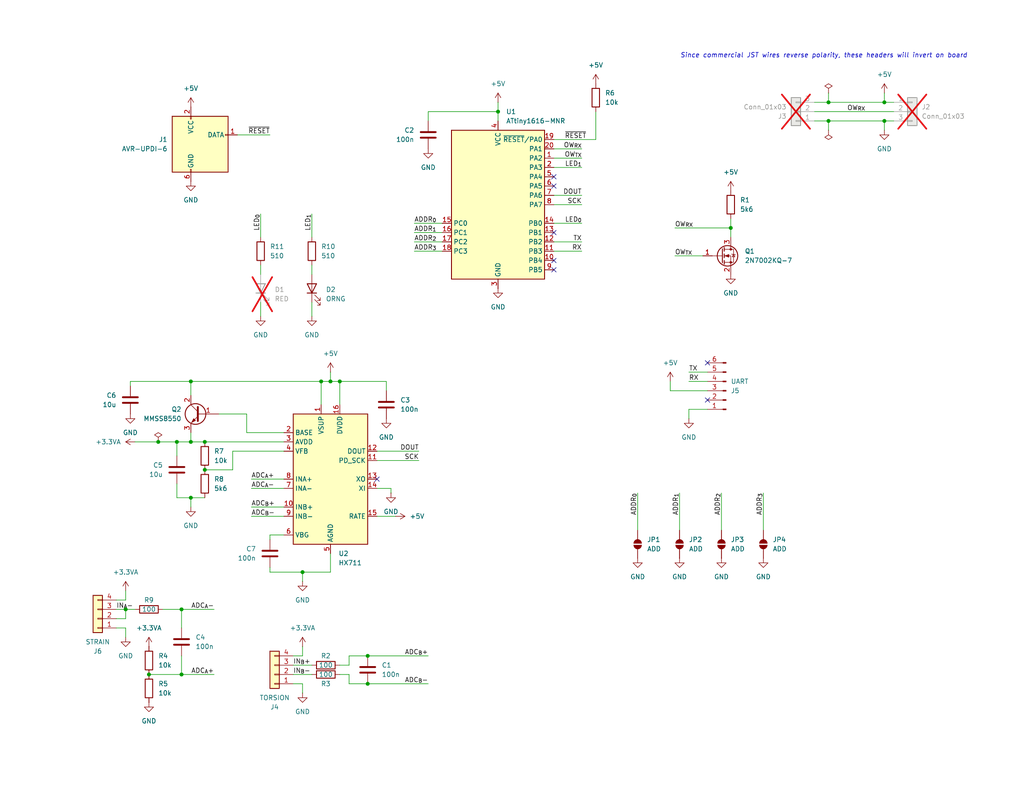
<source format=kicad_sch>
(kicad_sch (version 20250114) (generator "eeschema") (generator_version "9.0")
  (paper "USLetter")
  (title_block (title "Distributed Spar Load Sensors System") (date "2024-08-17") (rev "3") (company "HPVDT") (comment 1 "Uses single wire communication protocol"))
  (lib_symbols
    (symbol "Analog_ADC:HX711"
      (property "Reference" "U" (at 5.08 21.59 0))
      (property "Value" "HX711" (at 7.62 19.05 0))
      (symbol "HX711_0_1"
        (rectangle (start -10.16 17.78) (end 10.16 -17.78) (stroke (width 0.254)) (fill (type background)))
      )
      (symbol "HX711_1_1"
        (pin passive line (at -12.7 12.7 0) (length 2.54) (name "BASE") (number "2"))
        (pin power_in line (at -12.7 10.16 0) (length 2.54) (name "AVDD") (number "3"))
        (pin input line (at -12.7 7.62 0) (length 2.54) (name "VFB") (number "4"))
        (pin input line (at -12.7 0 0) (length 2.54) (name "INA+") (number "8"))
        (pin input line (at -12.7 -2.54 0) (length 2.54) (name "INA-") (number "7"))
        (pin input line (at -12.7 -7.62 0) (length 2.54) (name "INB+") (number "10"))
        (pin input line (at -12.7 -10.16 0) (length 2.54) (name "INB-") (number "9"))
        (pin passive line (at -12.7 -15.24 0) (length 2.54) (name "VBG") (number "6"))
        (pin power_in line (at -2.54 20.32 270) (length 2.54) (name "VSUP") (number "1"))
        (pin power_in line (at 0 -20.32 90) (length 2.54) (name "AGND") (number "5"))
        (pin power_in line (at 2.54 20.32 270) (length 2.54) (name "DVDD") (number "16"))
        (pin output line (at 12.7 7.62 180) (length 2.54) (name "DOUT") (number "12"))
        (pin input line (at 12.7 5.08 180) (length 2.54) (name "PD_SCK") (number "11"))
        (pin passive line (at 12.7 0 180) (length 2.54) (name "XO") (number "13"))
        (pin passive line (at 12.7 -2.54 180) (length 2.54) (name "XI") (number "14"))
        (pin input line (at 12.7 -10.16 180) (length 2.54) (name "RATE") (number "15"))
      )
    )
    (symbol "Connector:AVR-UPDI-6" (pin_names (offset 1.016))
      (property "Reference" "J" (at -6.35 8.89 0))
      (property "Value" "AVR-UPDI-6" (at 0 8.89 0))
      (symbol "AVR-UPDI-6_0_1"
        (rectangle (start -2.667 7.62) (end -2.413 6.858))
        (rectangle (start -2.667 -6.858) (end -2.413 -7.62))
        (rectangle (start 7.62 7.62) (end -7.62 -7.62) (stroke (width 0.254)) (fill (type background)))
        (rectangle (start 7.62 2.667) (end 6.858 2.413))
      )
      (symbol "AVR-UPDI-6_1_1"
        (pin passive line (at -2.54 10.16 270) (length 2.54) (name "VCC") (number "2"))
        (pin passive line (at -2.54 -10.16 90) (length 2.54) (name "GND") (number "6"))
        (pin no_connect line (at 7.62 0 180) (length 2.54) (hide yes) (name "NC") (number "3"))
        (pin no_connect line (at 7.62 -2.54 180) (length 2.54) (hide yes) (name "NC") (number "4"))
        (pin no_connect line (at 7.62 -5.08 180) (length 2.54) (hide yes) (name "NC") (number "5"))
        (pin passive line (at 10.16 2.54 180) (length 2.54) (name "DATA") (number "1"))
      )
    )
    (symbol "Connector:Conn_01x06_Pin" (pin_names (offset 1.016) (hide yes))
      (property "Reference" "J" (at 0 7.62 0))
      (property "Value" "Conn_01x06_Pin" (at 0 -10.16 0))
      (symbol "Conn_01x06_Pin_1_1"
        (rectangle (start 0.8636 5.207) (end 0 4.953) (stroke (width 0.1524)) (fill (type outline)))
        (rectangle (start 0.8636 2.667) (end 0 2.413) (stroke (width 0.1524)) (fill (type outline)))
        (rectangle (start 0.8636 0.127) (end 0 -0.127) (stroke (width 0.1524)) (fill (type outline)))
        (rectangle (start 0.8636 -2.413) (end 0 -2.667) (stroke (width 0.1524)) (fill (type outline)))
        (rectangle (start 0.8636 -4.953) (end 0 -5.207) (stroke (width 0.1524)) (fill (type outline)))
        (rectangle (start 0.8636 -7.493) (end 0 -7.747) (stroke (width 0.1524)) (fill (type outline)))
        (polyline (pts (xy 1.27 5.08) (xy 0.8636 5.08)) (stroke (width 0.1524)))
        (polyline (pts (xy 1.27 2.54) (xy 0.8636 2.54)) (stroke (width 0.1524)))
        (polyline (pts (xy 1.27 0) (xy 0.8636 0)) (stroke (width 0.1524)))
        (polyline (pts (xy 1.27 -2.54) (xy 0.8636 -2.54)) (stroke (width 0.1524)))
        (polyline (pts (xy 1.27 -5.08) (xy 0.8636 -5.08)) (stroke (width 0.1524)))
        (polyline (pts (xy 1.27 -7.62) (xy 0.8636 -7.62)) (stroke (width 0.1524)))
        (pin passive line (at 5.08 5.08 180) (length 3.81) (name "Pin_1") (number "1"))
        (pin passive line (at 5.08 2.54 180) (length 3.81) (name "Pin_2") (number "2"))
        (pin passive line (at 5.08 0 180) (length 3.81) (name "Pin_3") (number "3"))
        (pin passive line (at 5.08 -2.54 180) (length 3.81) (name "Pin_4") (number "4"))
        (pin passive line (at 5.08 -5.08 180) (length 3.81) (name "Pin_5") (number "5"))
        (pin passive line (at 5.08 -7.62 180) (length 3.81) (name "Pin_6") (number "6"))
      )
    )
    (symbol "Connector_Generic:Conn_01x03" (pin_names (offset 1.016) (hide yes))
      (property "Reference" "J" (at 0 5.08 0))
      (property "Value" "Conn_01x03" (at 0 -5.08 0))
      (symbol "Conn_01x03_1_1"
        (rectangle (start -1.27 3.81) (end 1.27 -3.81) (stroke (width 0.254)) (fill (type background)))
        (rectangle (start -1.27 2.667) (end 0 2.413) (stroke (width 0.1524)))
        (rectangle (start -1.27 0.127) (end 0 -0.127) (stroke (width 0.1524)))
        (rectangle (start -1.27 -2.413) (end 0 -2.667) (stroke (width 0.1524)))
        (pin passive line (at -5.08 2.54 0) (length 3.81) (name "Pin_1") (number "1"))
        (pin passive line (at -5.08 0 0) (length 3.81) (name "Pin_2") (number "2"))
        (pin passive line (at -5.08 -2.54 0) (length 3.81) (name "Pin_3") (number "3"))
      )
    )
    (symbol "Connector_Generic:Conn_01x04" (pin_names (offset 1.016) (hide yes))
      (property "Reference" "J" (at 0 5.08 0))
      (property "Value" "Conn_01x04" (at 0 -7.62 0))
      (symbol "Conn_01x04_1_1"
        (rectangle (start -1.27 3.81) (end 1.27 -6.35) (stroke (width 0.254)) (fill (type background)))
        (rectangle (start -1.27 2.667) (end 0 2.413) (stroke (width 0.1524)))
        (rectangle (start -1.27 0.127) (end 0 -0.127) (stroke (width 0.1524)))
        (rectangle (start -1.27 -2.413) (end 0 -2.667) (stroke (width 0.1524)))
        (rectangle (start -1.27 -4.953) (end 0 -5.207) (stroke (width 0.1524)))
        (pin passive line (at -5.08 2.54 0) (length 3.81) (name "Pin_1") (number "1"))
        (pin passive line (at -5.08 0 0) (length 3.81) (name "Pin_2") (number "2"))
        (pin passive line (at -5.08 -2.54 0) (length 3.81) (name "Pin_3") (number "3"))
        (pin passive line (at -5.08 -5.08 0) (length 3.81) (name "Pin_4") (number "4"))
      )
    )
    (symbol "Device:C" (pin_numbers (hide yes)) (pin_names (offset 0.254))
      (property "Reference" "C" (at 0.635 2.54 0))
      (property "Value" "C" (at 0.635 -2.54 0))
      (symbol "C_0_1"
        (polyline (pts (xy -2.032 0.762) (xy 2.032 0.762)) (stroke (width 0.508)))
        (polyline (pts (xy -2.032 -0.762) (xy 2.032 -0.762)) (stroke (width 0.508)))
      )
      (symbol "C_1_1"
        (pin passive line (at 0 3.81 270) (length 2.794) (name "~") (number "1"))
        (pin passive line (at 0 -3.81 90) (length 2.794) (name "~") (number "2"))
      )
    )
    (symbol "Device:LED" (pin_numbers (hide yes)) (pin_names (offset 1.016) (hide yes))
      (property "Reference" "D" (at 0 2.54 0))
      (property "Value" "LED" (at 0 -2.54 0))
      (symbol "LED_0_1"
        (polyline (pts (xy -3.048 -0.762) (xy -4.572 -2.286) (xy -3.81 -2.286) (xy -4.572 -2.286) (xy -4.572 -1.524)))
        (polyline (pts (xy -1.778 -0.762) (xy -3.302 -2.286) (xy -2.54 -2.286) (xy -3.302 -2.286) (xy -3.302 -1.524)))
        (polyline (pts (xy -1.27 0) (xy 1.27 0)))
        (polyline (pts (xy -1.27 -1.27) (xy -1.27 1.27)) (stroke (width 0.254)))
        (polyline (pts (xy 1.27 -1.27) (xy 1.27 1.27) (xy -1.27 0) (xy 1.27 -1.27)) (stroke (width 0.254)))
      )
      (symbol "LED_1_1"
        (pin passive line (at -3.81 0 0) (length 2.54) (name "K") (number "1"))
        (pin passive line (at 3.81 0 180) (length 2.54) (name "A") (number "2"))
      )
    )
    (symbol "Device:Q_NPN_BCE" (pin_names (offset 0) (hide yes))
      (property "Reference" "Q" (at 5.08 1.27 0))
      (property "Value" "Q_NPN_BCE" (at 5.08 -1.27 0))
      (symbol "Q_NPN_BCE_0_1"
        (polyline (pts (xy 0.635 1.905) (xy 0.635 -1.905) (xy 0.635 -1.905)) (stroke (width 0.508)))
        (polyline (pts (xy 0.635 0.635) (xy 2.54 2.54)))
        (polyline (pts (xy 0.635 -0.635) (xy 2.54 -2.54) (xy 2.54 -2.54)))
        (circle (center 1.27 0) (radius 2.8194) (stroke (width 0.254)))
        (polyline (pts (xy 1.27 -1.778) (xy 1.778 -1.27) (xy 2.286 -2.286) (xy 1.27 -1.778) (xy 1.27 -1.778)) (fill (type outline)))
      )
      (symbol "Q_NPN_BCE_1_1"
        (pin input line (at -5.08 0 0) (length 5.715) (name "B") (number "1"))
        (pin passive line (at 2.54 5.08 270) (length 2.54) (name "C") (number "2"))
        (pin passive line (at 2.54 -5.08 90) (length 2.54) (name "E") (number "3"))
      )
    )
    (symbol "Device:R" (pin_numbers (hide yes)) (pin_names (offset 0))
      (property "Reference" "R" (at 2.032 0 90))
      (property "Value" "R" (at 0 0 90))
      (symbol "R_0_1"
        (rectangle (start -1.016 -2.54) (end 1.016 2.54) (stroke (width 0.254)))
      )
      (symbol "R_1_1"
        (pin passive line (at 0 3.81 270) (length 1.27) (name "~") (number "1"))
        (pin passive line (at 0 -3.81 90) (length 1.27) (name "~") (number "2"))
      )
    )
    (symbol "Jumper:SolderJumper_2_Open" (pin_numbers (hide yes)) (pin_names (offset 0) (hide yes)) (exclude_from_sim yes) (in_bom no)
      (property "Reference" "JP" (at 0 2.032 0))
      (property "Value" "SolderJumper_2_Open" (at 0 -2.54 0))
      (symbol "SolderJumper_2_Open_0_1"
        (polyline (pts (xy -0.254 1.016) (xy -0.254 -1.016)))
        (arc (start -0.254 -1.016) (mid -1.2656 0) (end -0.254 1.016))
        (arc (start -0.254 -1.016) (mid -1.2656 0) (end -0.254 1.016) (fill (type outline)))
        (arc (start 0.254 1.016) (mid 1.2656 0) (end 0.254 -1.016))
        (arc (start 0.254 1.016) (mid 1.2656 0) (end 0.254 -1.016) (fill (type outline)))
        (polyline (pts (xy 0.254 1.016) (xy 0.254 -1.016)))
      )
      (symbol "SolderJumper_2_Open_1_1"
        (pin passive line (at -3.81 0 0) (length 2.54) (name "A") (number "1"))
        (pin passive line (at 3.81 0 180) (length 2.54) (name "B") (number "2"))
      )
    )
    (symbol "MCU_Microchip_ATtiny:ATtiny1616-M"
      (property "Reference" "U" (at -12.7 21.59 0))
      (property "Value" "ATtiny1616-M" (at 2.54 -21.59 0))
      (symbol "ATtiny1616-M_0_1"
        (rectangle (start -12.7 -20.32) (end 12.7 20.32) (stroke (width 0.254)) (fill (type background)))
      )
      (symbol "ATtiny1616-M_1_1"
        (pin bidirectional line (at -15.24 -5.08 0) (length 2.54) (name "PC0") (number "15"))
        (pin bidirectional line (at -15.24 -7.62 0) (length 2.54) (name "PC1") (number "16"))
        (pin bidirectional line (at -15.24 -10.16 0) (length 2.54) (name "PC2") (number "17"))
        (pin bidirectional line (at -15.24 -12.7 0) (length 2.54) (name "PC3") (number "18"))
        (pin power_in line (at 0 22.86 270) (length 2.54) (name "VCC") (number "4"))
        (pin passive line (at 0 -22.86 90) (length 2.54) (hide yes) (name "GND") (number "21"))
        (pin power_in line (at 0 -22.86 90) (length 2.54) (name "GND") (number "3"))
        (pin bidirectional line (at 15.24 17.78 180) (length 2.54) (name "~{RESET}/PA0") (number "19"))
        (pin bidirectional line (at 15.24 15.24 180) (length 2.54) (name "PA1") (number "20"))
        (pin bidirectional line (at 15.24 12.7 180) (length 2.54) (name "PA2") (number "1"))
        (pin bidirectional line (at 15.24 10.16 180) (length 2.54) (name "PA3") (number "2"))
        (pin bidirectional line (at 15.24 7.62 180) (length 2.54) (name "PA4") (number "5"))
        (pin bidirectional line (at 15.24 5.08 180) (length 2.54) (name "PA5") (number "6"))
        (pin bidirectional line (at 15.24 2.54 180) (length 2.54) (name "PA6") (number "7"))
        (pin bidirectional line (at 15.24 0 180) (length 2.54) (name "PA7") (number "8"))
        (pin bidirectional line (at 15.24 -5.08 180) (length 2.54) (name "PB0") (number "14"))
        (pin bidirectional line (at 15.24 -7.62 180) (length 2.54) (name "PB1") (number "13"))
        (pin bidirectional line (at 15.24 -10.16 180) (length 2.54) (name "PB2") (number "12"))
        (pin bidirectional line (at 15.24 -12.7 180) (length 2.54) (name "PB3") (number "11"))
        (pin bidirectional line (at 15.24 -15.24 180) (length 2.54) (name "PB4") (number "10"))
        (pin bidirectional line (at 15.24 -17.78 180) (length 2.54) (name "PB5") (number "9"))
      )
    )
    (symbol "Transistor_FET:2N7002" (pin_names (hide yes))
      (property "Reference" "Q" (at 5.08 1.905 0))
      (property "Value" "2N7002" (at 5.08 0 0))
      (symbol "2N7002_0_1"
        (polyline (pts (xy 0.254 1.905) (xy 0.254 -1.905)) (stroke (width 0.254)))
        (polyline (pts (xy 0.254 0) (xy -2.54 0)))
        (polyline (pts (xy 0.762 2.286) (xy 0.762 1.27)) (stroke (width 0.254)))
        (polyline (pts (xy 0.762 0.508) (xy 0.762 -0.508)) (stroke (width 0.254)))
        (polyline (pts (xy 0.762 -1.27) (xy 0.762 -2.286)) (stroke (width 0.254)))
        (polyline (pts (xy 0.762 -1.778) (xy 3.302 -1.778) (xy 3.302 1.778) (xy 0.762 1.778)))
        (polyline (pts (xy 1.016 0) (xy 2.032 0.381) (xy 2.032 -0.381) (xy 1.016 0)) (fill (type outline)))
        (circle (center 1.651 0) (radius 2.794) (stroke (width 0.254)))
        (polyline (pts (xy 2.54 2.54) (xy 2.54 1.778)))
        (circle (center 2.54 1.778) (radius 0.254) (fill (type outline)))
        (circle (center 2.54 -1.778) (radius 0.254) (fill (type outline)))
        (polyline (pts (xy 2.54 -2.54) (xy 2.54 0) (xy 0.762 0)))
        (polyline (pts (xy 2.794 0.508) (xy 2.921 0.381) (xy 3.683 0.381) (xy 3.81 0.254)))
        (polyline (pts (xy 3.302 0.381) (xy 2.921 -0.254) (xy 3.683 -0.254) (xy 3.302 0.381)))
      )
      (symbol "2N7002_1_1"
        (pin input line (at -5.08 0 0) (length 2.54) (name "G") (number "1"))
        (pin passive line (at 2.54 5.08 270) (length 2.54) (name "D") (number "3"))
        (pin passive line (at 2.54 -5.08 90) (length 2.54) (name "S") (number "2"))
      )
    )
    (symbol "power:+3.3VA" (power) (pin_numbers (hide yes)) (pin_names (offset 0) (hide yes))
      (property "Value" "+3.3VA" (at 0 3.556 0))
      (symbol "+3.3VA_0_1"
        (polyline (pts (xy -0.762 1.27) (xy 0 2.54)))
        (polyline (pts (xy 0 2.54) (xy 0.762 1.27)))
        (polyline (pts (xy 0 0) (xy 0 2.54)))
      )
      (symbol "+3.3VA_1_1"
        (pin power_in line (at 0 0 90) (length 0) (name "~") (number "1"))
      )
    )
    (symbol "power:+5V" (power) (pin_numbers (hide yes)) (pin_names (offset 0) (hide yes))
      (property "Value" "+5V" (at 0 3.556 0))
      (symbol "+5V_0_1"
        (polyline (pts (xy -0.762 1.27) (xy 0 2.54)))
        (polyline (pts (xy 0 2.54) (xy 0.762 1.27)))
        (polyline (pts (xy 0 0) (xy 0 2.54)))
      )
      (symbol "+5V_1_1"
        (pin power_in line (at 0 0 90) (length 0) (name "~") (number "1"))
      )
    )
    (symbol "power:GND" (power) (pin_numbers (hide yes)) (pin_names (offset 0) (hide yes))
      (property "Value" "GND" (at 0 -3.81 0))
      (symbol "GND_0_1"
        (polyline (pts (xy 0 0) (xy 0 -1.27) (xy 1.27 -1.27) (xy 0 -2.54) (xy -1.27 -1.27) (xy 0 -1.27)))
      )
      (symbol "GND_1_1"
        (pin power_in line (at 0 0 270) (length 0) (name "~") (number "1"))
      )
    )
    (symbol "power:PWR_FLAG" (power) (pin_numbers (hide yes)) (pin_names (offset 0) (hide yes))
      (property "Value" "PWR_FLAG" (at 0 3.81 0))
      (symbol "PWR_FLAG_0_0"
        (pin power_out line (at 0 0 90) (length 0) (name "~") (number "1"))
      )
      (symbol "PWR_FLAG_0_1"
        (polyline (pts (xy 0 0) (xy 0 1.27) (xy -1.016 1.905) (xy 0 2.54) (xy 1.016 1.905) (xy 0 1.27)))
      )
    )
  )
  (text "Since commercial JST wires reverse polarity, these headers will invert on board" (at 224.79 15.24 0) (effects (font (size 1.27 1.27) (italic yes))))
  (junction (at 40.64 184.15))
  (junction (at 226.06 33.02))
  (junction (at 82.55 156.21))
  (junction (at 241.3 33.02))
  (junction (at 90.17 104.14))
  (junction (at 92.71 104.14))
  (junction (at 199.39 62.23))
  (junction (at 241.3 27.94))
  (junction (at 55.88 120.65))
  (junction (at 52.07 120.65))
  (junction (at 226.06 27.94))
  (junction (at 43.18 120.65))
  (junction (at 52.07 135.89))
  (junction (at 100.33 186.69))
  (junction (at 100.33 179.07))
  (junction (at 34.29 166.37))
  (junction (at 52.07 104.14))
  (junction (at 49.53 184.15))
  (junction (at 87.63 104.14))
  (junction (at 48.26 120.65))
  (junction (at 49.53 166.37))
  (junction (at 135.89 30.48))
  (junction (at 55.88 128.27))
  (no_connect (at 193.04 109.22))
  (no_connect (at 151.13 48.26))
  (no_connect (at 102.87 130.81))
  (no_connect (at 151.13 73.66))
  (no_connect (at 151.13 50.8))
  (no_connect (at 193.04 99.06))
  (no_connect (at 151.13 71.12))
  (no_connect (at 151.13 63.5))
  (wire (pts (xy 31.75 168.91) (xy 34.29 168.91)))
  (wire (pts (xy 36.83 120.65) (xy 43.18 120.65)))
  (wire (pts (xy 151.13 68.58) (xy 158.75 68.58)))
  (wire (pts (xy 102.87 140.97) (xy 107.95 140.97)))
  (wire (pts (xy 55.88 120.65) (xy 77.47 120.65)))
  (wire (pts (xy 87.63 104.14) (xy 90.17 104.14)))
  (wire (pts (xy 193.04 106.68) (xy 182.88 106.68)))
  (wire (pts (xy 226.06 25.4) (xy 226.06 27.94)))
  (wire (pts (xy 173.99 134.62) (xy 173.99 144.78)))
  (wire (pts (xy 151.13 66.04) (xy 158.75 66.04)))
  (wire (pts (xy 68.58 133.35) (xy 77.47 133.35)))
  (wire (pts (xy 35.56 104.14) (xy 35.56 105.41)))
  (wire (pts (xy 80.01 179.07) (xy 82.55 179.07)))
  (wire (pts (xy 43.18 120.65) (xy 48.26 120.65)))
  (wire (pts (xy 151.13 60.96) (xy 158.75 60.96)))
  (wire (pts (xy 226.06 33.02) (xy 222.25 33.02)))
  (wire (pts (xy 34.29 166.37) (xy 36.83 166.37)))
  (wire (pts (xy 100.33 179.07) (xy 116.84 179.07)))
  (wire (pts (xy 48.26 120.65) (xy 52.07 120.65)))
  (wire (pts (xy 90.17 156.21) (xy 90.17 151.13)))
  (wire (pts (xy 105.41 104.14) (xy 92.71 104.14)))
  (wire (pts (xy 135.89 30.48) (xy 135.89 33.02)))
  (wire (pts (xy 80.01 181.61) (xy 85.09 181.61)))
  (wire (pts (xy 52.07 118.11) (xy 52.07 120.65)))
  (wire (pts (xy 52.07 135.89) (xy 55.88 135.89)))
  (wire (pts (xy 222.25 30.48) (xy 243.84 30.48)))
  (wire (pts (xy 92.71 104.14) (xy 92.71 110.49)))
  (wire (pts (xy 40.64 184.15) (xy 49.53 184.15)))
  (wire (pts (xy 113.03 63.5) (xy 120.65 63.5)))
  (wire (pts (xy 63.5 128.27) (xy 55.88 128.27)))
  (wire (pts (xy 113.03 66.04) (xy 120.65 66.04)))
  (wire (pts (xy 151.13 55.88) (xy 158.75 55.88)))
  (wire (pts (xy 116.84 30.48) (xy 135.89 30.48)))
  (wire (pts (xy 68.58 130.81) (xy 77.47 130.81)))
  (wire (pts (xy 68.58 140.97) (xy 77.47 140.97)))
  (wire (pts (xy 80.01 184.15) (xy 85.09 184.15)))
  (wire (pts (xy 67.31 118.11) (xy 77.47 118.11)))
  (wire (pts (xy 82.55 179.07) (xy 82.55 176.53)))
  (wire (pts (xy 82.55 156.21) (xy 82.55 158.75)))
  (wire (pts (xy 44.45 166.37) (xy 49.53 166.37)))
  (wire (pts (xy 241.3 33.02) (xy 243.84 33.02)))
  (wire (pts (xy 100.33 186.69) (xy 116.84 186.69)))
  (wire (pts (xy 208.28 134.62) (xy 208.28 144.78)))
  (wire (pts (xy 92.71 181.61) (xy 95.25 181.61)))
  (wire (pts (xy 82.55 186.69) (xy 82.55 189.23)))
  (wire (pts (xy 95.25 184.15) (xy 95.25 186.69)))
  (wire (pts (xy 90.17 104.14) (xy 92.71 104.14)))
  (wire (pts (xy 199.39 62.23) (xy 199.39 64.77)))
  (wire (pts (xy 52.07 135.89) (xy 52.07 138.43)))
  (wire (pts (xy 59.69 113.03) (xy 67.31 113.03)))
  (wire (pts (xy 34.29 168.91) (xy 34.29 166.37)))
  (wire (pts (xy 113.03 68.58) (xy 120.65 68.58)))
  (wire (pts (xy 199.39 62.23) (xy 199.39 59.69)))
  (wire (pts (xy 64.77 36.83) (xy 73.66 36.83)))
  (wire (pts (xy 92.71 184.15) (xy 95.25 184.15)))
  (wire (pts (xy 77.47 146.05) (xy 73.66 146.05)))
  (wire (pts (xy 151.13 45.72) (xy 158.75 45.72)))
  (wire (pts (xy 77.47 123.19) (xy 63.5 123.19)))
  (wire (pts (xy 48.26 135.89) (xy 52.07 135.89)))
  (wire (pts (xy 73.66 154.94) (xy 73.66 156.21)))
  (wire (pts (xy 241.3 33.02) (xy 241.3 35.56)))
  (wire (pts (xy 151.13 40.64) (xy 158.75 40.64)))
  (wire (pts (xy 151.13 43.18) (xy 158.75 43.18)))
  (wire (pts (xy 187.96 104.14) (xy 193.04 104.14)))
  (wire (pts (xy 49.53 171.45) (xy 49.53 166.37)))
  (wire (pts (xy 63.5 123.19) (xy 63.5 128.27)))
  (wire (pts (xy 73.66 156.21) (xy 82.55 156.21)))
  (wire (pts (xy 162.56 38.1) (xy 162.56 30.48)))
  (wire (pts (xy 58.42 166.37) (xy 49.53 166.37)))
  (wire (pts (xy 68.58 138.43) (xy 77.47 138.43)))
  (wire (pts (xy 184.15 62.23) (xy 199.39 62.23)))
  (wire (pts (xy 35.56 104.14) (xy 52.07 104.14)))
  (wire (pts (xy 34.29 161.29) (xy 34.29 163.83)))
  (wire (pts (xy 71.12 58.42) (xy 71.12 64.77)))
  (wire (pts (xy 80.01 186.69) (xy 82.55 186.69)))
  (wire (pts (xy 52.07 120.65) (xy 55.88 120.65)))
  (wire (pts (xy 87.63 110.49) (xy 87.63 104.14)))
  (wire (pts (xy 226.06 33.02) (xy 241.3 33.02)))
  (wire (pts (xy 184.15 69.85) (xy 191.77 69.85)))
  (wire (pts (xy 85.09 74.93) (xy 85.09 72.39)))
  (wire (pts (xy 85.09 58.42) (xy 85.09 64.77)))
  (wire (pts (xy 95.25 181.61) (xy 95.25 179.07)))
  (wire (pts (xy 106.68 133.35) (xy 106.68 134.62)))
  (wire (pts (xy 102.87 125.73) (xy 114.3 125.73)))
  (wire (pts (xy 193.04 111.76) (xy 187.96 111.76)))
  (wire (pts (xy 71.12 86.36) (xy 71.12 82.55)))
  (wire (pts (xy 34.29 171.45) (xy 34.29 173.99)))
  (wire (pts (xy 187.96 101.6) (xy 193.04 101.6)))
  (wire (pts (xy 90.17 101.6) (xy 90.17 104.14)))
  (wire (pts (xy 241.3 25.4) (xy 241.3 27.94)))
  (wire (pts (xy 102.87 123.19) (xy 114.3 123.19)))
  (wire (pts (xy 34.29 163.83) (xy 31.75 163.83)))
  (wire (pts (xy 151.13 53.34) (xy 158.75 53.34)))
  (wire (pts (xy 196.85 134.62) (xy 196.85 144.78)))
  (wire (pts (xy 82.55 156.21) (xy 90.17 156.21)))
  (wire (pts (xy 105.41 104.14) (xy 105.41 106.68)))
  (wire (pts (xy 241.3 27.94) (xy 243.84 27.94)))
  (wire (pts (xy 85.09 86.36) (xy 85.09 82.55)))
  (wire (pts (xy 52.07 104.14) (xy 87.63 104.14)))
  (wire (pts (xy 226.06 35.56) (xy 226.06 33.02)))
  (wire (pts (xy 95.25 186.69) (xy 100.33 186.69)))
  (wire (pts (xy 48.26 120.65) (xy 48.26 124.46)))
  (wire (pts (xy 48.26 132.08) (xy 48.26 135.89)))
  (wire (pts (xy 102.87 133.35) (xy 106.68 133.35)))
  (wire (pts (xy 73.66 146.05) (xy 73.66 147.32)))
  (wire (pts (xy 185.42 134.62) (xy 185.42 144.78)))
  (wire (pts (xy 182.88 106.68) (xy 182.88 104.14)))
  (wire (pts (xy 31.75 171.45) (xy 34.29 171.45)))
  (wire (pts (xy 31.75 166.37) (xy 34.29 166.37)))
  (wire (pts (xy 49.53 179.07) (xy 49.53 184.15)))
  (wire (pts (xy 222.25 27.94) (xy 226.06 27.94)))
  (wire (pts (xy 71.12 74.93) (xy 71.12 72.39)))
  (wire (pts (xy 151.13 38.1) (xy 162.56 38.1)))
  (wire (pts (xy 113.03 60.96) (xy 120.65 60.96)))
  (wire (pts (xy 135.89 27.94) (xy 135.89 30.48)))
  (wire (pts (xy 52.07 104.14) (xy 52.07 107.95)))
  (wire (pts (xy 58.42 184.15) (xy 49.53 184.15)))
  (wire (pts (xy 187.96 111.76) (xy 187.96 114.3)))
  (wire (pts (xy 226.06 27.94) (xy 241.3 27.94)))
  (wire (pts (xy 67.31 113.03) (xy 67.31 118.11)))
  (wire (pts (xy 95.25 179.07) (xy 100.33 179.07)))
  (wire (pts (xy 116.84 33.02) (xy 116.84 30.48)))
  (label "LED_{1}" (at 158.75 45.72 180))
  (label "ADC_{B}-" (at 116.84 186.69 180))
  (label "TX" (at 187.96 101.6 0))
  (label "IN_{B}+" (at 80.01 181.61 0))
  (label "ADC_{B}-" (at 68.58 140.97 0))
  (label "OW_{RX}" (at 231.14 30.48 0))
  (label "ADC_{B}+" (at 116.84 179.07 180))
  (label "ADC_{B}+" (at 68.58 138.43 0))
  (label "IN_{B}-" (at 80.01 184.15 0))
  (label "ADC_{A}+" (at 58.42 184.15 180))
  (label "ADC_{A}+" (at 68.58 130.81 0))
  (label "SCK" (at 114.3 125.73 180))
  (label "~{RESET}" (at 73.66 36.83 180))
  (label "ADDR_{0}" (at 113.03 60.96 0))
  (label "ADDR_{1}" (at 113.03 63.5 0))
  (label "RX" (at 158.75 68.58 180))
  (label "SCK" (at 158.75 55.88 180))
  (label "OW_{RX}" (at 158.75 40.64 180))
  (label "LED_{0}" (at 158.75 60.96 180))
  (label "DOUT" (at 158.75 53.34 180))
  (label "OW_{TX}" (at 184.15 69.85 0))
  (label "DOUT" (at 114.3 123.19 180))
  (label "RX" (at 187.96 104.14 0))
  (label "ADC_{A}-" (at 68.58 133.35 0))
  (label "ADDR_{3}" (at 113.03 68.58 0))
  (label "ADDR_{3}" (at 208.28 134.62 270))
  (label "ADDR_{2}" (at 113.03 66.04 0))
  (label "ADDR_{0}" (at 173.99 134.62 270))
  (label "ADC_{A}-" (at 58.42 166.37 180))
  (label "TX" (at 158.75 66.04 180))
  (label "~{RESET}" (at 160.02 38.1 180))
  (label "LED_{0}" (at 71.12 58.42 270))
  (label "OW_{TX}" (at 158.75 43.18 180))
  (label "ADDR_{1}" (at 185.42 134.62 270))
  (label "ADDR_{2}" (at 196.85 134.62 270))
  (label "IN_{A}-" (at 31.75 166.37 0))
  (label "LED_{1}" (at 85.09 58.42 270))
  (label "OW_{RX}" (at 184.15 62.23 0))
  (symbol (lib_id "Device:C") (at 100.33 182.88 0) (unit 1)
    (property "Reference" "C1" (at 104.14 181.6099 0) (effects (justify left)))
    (property "Value" "100n" (at 104.14 184.1499 0) (effects (justify left)))
    (property "Footprint" "Capacitor_SMD:C_0402_1005Metric" (effects (hide yes)))
    (property "Description" "Unpolarized capacitor" (effects (hide yes)))
    (property "LCSC" "C5448875" (effects (hide yes)))
  )
  (symbol (lib_id "Device:R") (at 40.64 180.34 0) (unit 1)
    (property "Reference" "R4" (at 43.18 179.0699 0) (effects (justify left)))
    (property "Value" "10k" (at 43.18 181.6099 0) (effects (justify left)))
    (property "Footprint" "Resistor_SMD:R_0402_1005Metric" (effects (hide yes)))
    (property "Description" "Resistor" (effects (hide yes)))
    (property "LCSC" "C191915" (effects (hide yes)))
  )
  (symbol (lib_id "power:GND") (at 85.09 86.36 0) (unit 1)
    (property "Reference" "#PWR032" (effects (hide yes)))
    (property "Value" "GND" (at 85.09 91.44 0))
    (property "Description" "Power symbol creates a global label with name \"GND\" , ground" (effects (hide yes)))
  )
  (symbol (lib_id "power:+3.3VA") (at 40.64 176.53 0) (unit 1)
    (property "Reference" "#PWR029" (effects (hide yes)))
    (property "Value" "+3.3VA" (at 40.64 171.45 0))
    (property "Description" "Power symbol creates a global label with name \"+3.3VA\"" (effects (hide yes)))
  )
  (symbol (lib_id "Device:R") (at 55.88 124.46 0) (unit 1)
    (property "Reference" "R7" (at 58.42 123.1899 0) (effects (justify left)))
    (property "Value" "10k" (at 58.42 125.7299 0) (effects (justify left)))
    (property "Footprint" "Resistor_SMD:R_0402_1005Metric" (effects (hide yes)))
    (property "Description" "Resistor" (effects (hide yes)))
    (property "LCSC" "C723353" (effects (hide yes)))
  )
  (symbol (lib_id "Device:C") (at 105.41 110.49 0) (unit 1)
    (property "Reference" "C3" (at 109.22 109.2199 0) (effects (justify left)))
    (property "Value" "100n" (at 109.22 111.7599 0) (effects (justify left)))
    (property "Footprint" "Capacitor_SMD:C_0402_1005Metric" (effects (hide yes)))
    (property "Description" "Unpolarized capacitor" (effects (hide yes)))
    (property "LCSC" "C5448875" (effects (hide yes)))
  )
  (symbol (lib_id "power:+3.3VA") (at 36.83 120.65 90) (unit 1)
    (property "Reference" "#PWR025" (effects (hide yes)))
    (property "Value" "+3.3VA" (at 33.02 120.6499 90) (effects (justify left)))
    (property "Description" "Power symbol creates a global label with name \"+3.3VA\"" (effects (hide yes)))
  )
  (symbol (lib_id "Device:R") (at 55.88 132.08 0) (unit 1)
    (property "Reference" "R8" (at 58.42 130.8099 0) (effects (justify left)))
    (property "Value" "5k6" (at 58.42 133.3499 0) (effects (justify left)))
    (property "Footprint" "Resistor_SMD:R_0402_1005Metric" (effects (hide yes)))
    (property "Description" "Resistor" (effects (hide yes)))
    (property "LCSC" "C340537" (effects (hide yes)))
  )
  (symbol (lib_id "Device:R") (at 162.56 26.67 0) (unit 1)
    (property "Reference" "R6" (at 165.1 25.3999 0) (effects (justify left)))
    (property "Value" "10k" (at 165.1 27.9399 0) (effects (justify left)))
    (property "Footprint" "Resistor_SMD:R_0402_1005Metric" (effects (hide yes)))
    (property "Description" "Resistor" (effects (hide yes)))
    (property "LCSC" "C723353" (effects (hide yes)))
  )
  (symbol (lib_id "power:+5V") (at 162.56 22.86 0) (unit 1)
    (property "Reference" "#PWR026" (effects (hide yes)))
    (property "Value" "+5V" (at 162.56 17.78 0))
    (property "Description" "Power symbol creates a global label with name \"+5V\"" (effects (hide yes)))
  )
  (symbol (lib_id "Device:R") (at 199.39 55.88 0) (unit 1)
    (property "Reference" "R1" (at 201.93 54.6099 0) (effects (justify left)))
    (property "Value" "5k6" (at 201.93 57.1499 0) (effects (justify left)))
    (property "Footprint" "Resistor_SMD:R_0402_1005Metric" (effects (hide yes)))
    (property "Description" "Resistor" (effects (hide yes)))
    (property "LCSC" "C340537" (effects (hide yes)))
  )
  (symbol (lib_id "power:GND") (at 185.42 152.4 0) (unit 1)
    (property "Reference" "#PWR012" (effects (hide yes)))
    (property "Value" "GND" (at 185.42 157.48 0))
    (property "Description" "Power symbol creates a global label with name \"GND\" , ground" (effects (hide yes)))
  )
  (symbol (lib_id "Device:R") (at 40.64 187.96 0) (unit 1)
    (property "Reference" "R5" (at 43.18 186.6899 0) (effects (justify left)))
    (property "Value" "10k" (at 43.18 189.2299 0) (effects (justify left)))
    (property "Footprint" "Resistor_SMD:R_0402_1005Metric" (effects (hide yes)))
    (property "Description" "Resistor" (effects (hide yes)))
    (property "LCSC" "C191915" (effects (hide yes)))
  )
  (symbol (lib_id "Connector:AVR-UPDI-6") (at 54.61 39.37 0) (unit 1) (in_bom no)
    (property "Reference" "J1" (at 45.72 38.0999 0) (effects (justify right)))
    (property "Value" "AVR-UPDI-6" (at 45.72 40.6399 0) (effects (justify right)))
    (property "Footprint" "Connector:Tag-Connect_TC2030-IDC-NL_2x03_P1.27mm_Vertical" (effects (hide yes)))
    (property "Datasheet" "https://www.microchip.com/webdoc/GUID-9D10622A-5C16-4405-B092-1BDD437B4976/index.html?GUID-9B349315-2842-4189-B88C-49F4E1055D7F" (effects (hide yes)))
    (property "Description" "Atmel 6-pin UPDI connector" (effects (hide yes)))
    (property "LCSC" "N/A" (effects (hide yes)))
  )
  (symbol (lib_id "Device:C") (at 48.26 128.27 0) (mirror y) (unit 1)
    (property "Reference" "C5" (at 44.45 126.9999 0) (effects (justify left)))
    (property "Value" "10u" (at 44.45 129.5399 0) (effects (justify left)))
    (property "Footprint" "Capacitor_SMD:C_0603_1608Metric" (effects (hide yes)))
    (property "Description" "Unpolarized capacitor" (effects (hide yes)))
    (property "LCSC" "C5360828" (effects (hide yes)))
  )
  (symbol (lib_id "power:GND") (at 196.85 152.4 0) (unit 1)
    (property "Reference" "#PWR013" (effects (hide yes)))
    (property "Value" "GND" (at 196.85 157.48 0))
    (property "Description" "Power symbol creates a global label with name \"GND\" , ground" (effects (hide yes)))
  )
  (symbol (lib_id "Device:C") (at 116.84 36.83 0) (mirror y) (unit 1)
    (property "Reference" "C2" (at 113.03 35.5599 0) (effects (justify left)))
    (property "Value" "100n" (at 113.03 38.0999 0) (effects (justify left)))
    (property "Footprint" "Capacitor_SMD:C_0402_1005Metric" (effects (hide yes)))
    (property "Description" "Unpolarized capacitor" (effects (hide yes)))
    (property "LCSC" "C5448875" (effects (hide yes)))
  )
  (symbol (lib_id "power:+5V") (at 52.07 29.21 0) (unit 1)
    (property "Reference" "#PWR021" (effects (hide yes)))
    (property "Value" "+5V" (at 52.07 24.13 0))
    (property "Description" "Power symbol creates a global label with name \"+5V\"" (effects (hide yes)))
  )
  (symbol (lib_id "power:PWR_FLAG") (at 226.06 25.4 0) (unit 1)
    (property "Reference" "#FLG02" (effects (hide yes)))
    (property "Value" "PWR_FLAG" (effects (hide yes)))
    (property "Description" "Special symbol for telling ERC where power comes from" (effects (hide yes)))
  )
  (symbol (lib_id "Device:R") (at 85.09 68.58 0) (unit 1)
    (property "Reference" "R10" (at 87.63 67.3099 0) (effects (justify left)))
    (property "Value" "510" (at 87.63 69.8499 0) (effects (justify left)))
    (property "Footprint" "Resistor_SMD:R_0402_1005Metric" (effects (hide yes)))
    (property "Description" "Resistor" (effects (hide yes)))
    (property "LCSC" "C2991609" (effects (hide yes)))
  )
  (symbol (lib_id "Device:LED") (at 85.09 78.74 90) (unit 1)
    (property "Reference" "D2" (at 88.9 79.0574 90) (effects (justify right)))
    (property "Value" "ORNG" (at 88.9 81.5974 90) (effects (justify right)))
    (property "Footprint" "LED_SMD:LED_0805_2012Metric" (effects (hide yes)))
    (property "Description" "Light emitting diode" (effects (hide yes)))
    (property "LCSC" "C2292" (effects (hide yes)))
  )
  (symbol (lib_id "Device:R") (at 40.64 166.37 90) (unit 1)
    (property "Reference" "R9" (at 40.64 163.83 90))
    (property "Value" "100" (at 40.64 166.37 90))
    (property "Footprint" "Resistor_SMD:R_0402_1005Metric" (effects (hide yes)))
    (property "Description" "Resistor" (effects (hide yes)))
    (property "LCSC" "C606168" (effects (hide yes)))
  )
  (symbol (lib_id "Device:Q_NPN_BCE") (at 54.61 113.03 0) (mirror y) (unit 1)
    (property "Reference" "Q2" (at 49.53 111.7599 0) (effects (justify left)))
    (property "Value" "MMSS8550" (at 49.53 114.2999 0) (effects (justify left)))
    (property "Footprint" "Package_TO_SOT_SMD:SOT-23" (effects (hide yes)))
    (property "Datasheet" "https://wmsc.lcsc.com/wmsc/upload/file/pdf/v2/lcsc/2304281737_MCC-Micro-Commercial-Components-MMSS8550-H-TP_C192429.pdf" (effects (hide yes)))
    (property "Description" "NPN transistor, base/collector/emitter" (effects (hide yes)))
    (property "LCSC" "C192429" (effects (hide yes)))
  )
  (symbol (lib_id "power:+5V") (at 199.39 52.07 0) (unit 1)
    (property "Reference" "#PWR023" (effects (hide yes)))
    (property "Value" "+5V" (at 199.39 46.99 0))
    (property "Description" "Power symbol creates a global label with name \"+5V\"" (effects (hide yes)))
  )
  (symbol (lib_id "power:+5V") (at 135.89 27.94 0) (unit 1)
    (property "Reference" "#PWR022" (effects (hide yes)))
    (property "Value" "+5V" (at 135.89 22.86 0))
    (property "Description" "Power symbol creates a global label with name \"+5V\"" (effects (hide yes)))
  )
  (symbol (lib_id "power:GND") (at 241.3 35.56 0) (unit 1)
    (property "Reference" "#PWR020" (effects (hide yes)))
    (property "Value" "GND" (at 241.3 40.64 0))
    (property "Description" "Power symbol creates a global label with name \"GND\" , ground" (effects (hide yes)))
  )
  (symbol (lib_id "power:GND") (at 187.96 114.3 0) (unit 1)
    (property "Reference" "#PWR015" (effects (hide yes)))
    (property "Value" "GND" (at 187.96 119.38 0))
    (property "Description" "Power symbol creates a global label with name \"GND\" , ground" (effects (hide yes)))
  )
  (symbol (lib_id "Jumper:SolderJumper_2_Open") (at 208.28 148.59 90) (unit 1) (exclude_from_sim yes) (in_bom no)
    (property "Reference" "JP4" (at 210.82 147.3199 90) (effects (justify right)))
    (property "Value" "ADD" (at 210.82 149.8599 90) (effects (justify right)))
    (property "Footprint" "Jumper:SolderJumper-2_P1.3mm_Open_TrianglePad1.0x1.5mm" (effects (hide yes)))
    (property "Description" "Solder Jumper, 2-pole, open" (effects (hide yes)))
    (property "LCSC" "N/A" (effects (hide yes)))
  )
  (symbol (lib_id "power:GND") (at 106.68 134.62 0) (unit 1)
    (property "Reference" "#PWR03" (effects (hide yes)))
    (property "Value" "GND" (at 106.68 139.7 0))
    (property "Description" "Power symbol creates a global label with name \"GND\" , ground" (effects (hide yes)))
  )
  (symbol (lib_id "Connector_Generic:Conn_01x04") (at 26.67 168.91 180) (unit 1) (in_bom no)
    (property "Reference" "J6" (at 26.67 177.8 0))
    (property "Value" "STRAIN" (at 26.67 175.26 0))
    (property "Footprint" "Connector_PinHeader_2.00mm:PinHeader_1x04_P2.00mm_Vertical" (effects (hide yes)))
    (property "Description" "Generic connector, single row, 01x04, script generated (kicad-library-utils/schlib/autogen/connector/)" (effects (hide yes)))
    (property "LCSC" "N/A" (effects (hide yes)))
  )
  (symbol (lib_id "Connector_Generic:Conn_01x04") (at 74.93 184.15 180) (unit 1) (in_bom no)
    (property "Reference" "J4" (at 74.93 193.04 0))
    (property "Value" "TORSION" (at 74.93 190.5 0))
    (property "Footprint" "Connector_PinHeader_2.00mm:PinHeader_1x04_P2.00mm_Vertical" (effects (hide yes)))
    (property "Description" "Generic connector, single row, 01x04, script generated (kicad-library-utils/schlib/autogen/connector/)" (effects (hide yes)))
    (property "LCSC" "N/A" (effects (hide yes)))
  )
  (symbol (lib_id "Jumper:SolderJumper_2_Open") (at 185.42 148.59 90) (unit 1) (exclude_from_sim yes) (in_bom no)
    (property "Reference" "JP2" (at 187.96 147.3199 90) (effects (justify right)))
    (property "Value" "ADD" (at 187.96 149.8599 90) (effects (justify right)))
    (property "Footprint" "Jumper:SolderJumper-2_P1.3mm_Open_TrianglePad1.0x1.5mm" (effects (hide yes)))
    (property "Description" "Solder Jumper, 2-pole, open" (effects (hide yes)))
    (property "LCSC" "N/A" (effects (hide yes)))
  )
  (symbol (lib_id "power:+3.3VA") (at 82.55 176.53 0) (unit 1)
    (property "Reference" "#PWR028" (effects (hide yes)))
    (property "Value" "+3.3VA" (at 82.55 171.45 0))
    (property "Description" "Power symbol creates a global label with name \"+3.3VA\"" (effects (hide yes)))
  )
  (symbol (lib_id "power:GND") (at 116.84 40.64 0) (mirror y) (unit 1)
    (property "Reference" "#PWR018" (effects (hide yes)))
    (property "Value" "GND" (at 116.84 45.72 0))
    (property "Description" "Power symbol creates a global label with name \"GND\" , ground" (effects (hide yes)))
  )
  (symbol (lib_id "Jumper:SolderJumper_2_Open") (at 173.99 148.59 90) (unit 1) (exclude_from_sim yes) (in_bom no)
    (property "Reference" "JP1" (at 176.53 147.3199 90) (effects (justify right)))
    (property "Value" "ADD" (at 176.53 149.8599 90) (effects (justify right)))
    (property "Footprint" "Jumper:SolderJumper-2_P1.3mm_Open_TrianglePad1.0x1.5mm" (effects (hide yes)))
    (property "Description" "Solder Jumper, 2-pole, open" (effects (hide yes)))
    (property "LCSC" "N/A" (effects (hide yes)))
  )
  (symbol (lib_id "power:+5V") (at 90.17 101.6 0) (unit 1)
    (property "Reference" "#PWR01" (effects (hide yes)))
    (property "Value" "+5V" (at 90.17 96.52 0))
    (property "Description" "Power symbol creates a global label with name \"+5V\"" (effects (hide yes)))
  )
  (symbol (lib_id "power:GND") (at 35.56 113.03 0) (unit 1)
    (property "Reference" "#PWR07" (effects (hide yes)))
    (property "Value" "GND" (at 35.56 118.11 0))
    (property "Description" "Power symbol creates a global label with name \"GND\" , ground" (effects (hide yes)))
  )
  (symbol (lib_id "MCU_Microchip_ATtiny:ATtiny1616-M") (at 135.89 55.88 0) (unit 1)
    (property "Reference" "U1" (at 138.0841 30.48 0) (effects (justify left)))
    (property "Value" "ATtiny1616-MNR" (at 138.0841 33.02 0) (effects (justify left)))
    (property "Footprint" "Package_DFN_QFN:VQFN-20-1EP_3x3mm_P0.4mm_EP1.7x1.7mm" (effects (hide yes)))
    (property "Datasheet" "http://ww1.microchip.com/downloads/en/DeviceDoc/ATtiny3216_ATtiny1616-data-sheet-40001997B.pdf" (effects (hide yes)))
    (property "Description" "20MHz, 16kB Flash, 2kB SRAM, 256B EEPROM, VQFN-20" (effects (hide yes)))
    (property "LCSC" "C507118" (effects (hide yes)))
  )
  (symbol (lib_id "Connector_Generic:Conn_01x03") (at 248.92 30.48 0) (unit 1) (dnp yes)
    (property "Reference" "J2" (at 251.46 29.2099 0) (effects (justify left)))
    (property "Value" "Conn_01x03" (at 251.46 31.7499 0) (effects (justify left)))
    (property "Footprint" "Connector_JST:JST_EH_B3B-EH-A_1x03_P2.50mm_Vertical" (effects (hide yes)))
    (property "Description" "Generic connector, single row, 01x03, script generated (kicad-library-utils/schlib/autogen/connector/)" (effects (hide yes)))
    (property "LCSC" "C398546" (effects (hide yes)))
  )
  (symbol (lib_id "Device:C") (at 73.66 151.13 0) (mirror y) (unit 1)
    (property "Reference" "C7" (at 69.85 149.8599 0) (effects (justify left)))
    (property "Value" "100n" (at 69.85 152.3999 0) (effects (justify left)))
    (property "Footprint" "Capacitor_SMD:C_0402_1005Metric" (effects (hide yes)))
    (property "Description" "Unpolarized capacitor" (effects (hide yes)))
    (property "LCSC" "C5448875" (effects (hide yes)))
  )
  (symbol (lib_id "power:+5V") (at 241.3 25.4 0) (unit 1)
    (property "Reference" "#PWR030" (effects (hide yes)))
    (property "Value" "+5V" (at 241.3 20.32 0))
    (property "Description" "Power symbol creates a global label with name \"+5V\"" (effects (hide yes)))
  )
  (symbol (lib_id "Device:C") (at 35.56 109.22 0) (mirror y) (unit 1)
    (property "Reference" "C6" (at 31.75 107.9499 0) (effects (justify left)))
    (property "Value" "10u" (at 31.75 110.4899 0) (effects (justify left)))
    (property "Footprint" "Capacitor_SMD:C_0603_1608Metric" (effects (hide yes)))
    (property "Description" "Unpolarized capacitor" (effects (hide yes)))
    (property "LCSC" "C5360828" (effects (hide yes)))
  )
  (symbol (lib_id "power:GND") (at 52.07 49.53 0) (unit 1)
    (property "Reference" "#PWR019" (effects (hide yes)))
    (property "Value" "GND" (at 52.07 54.61 0))
    (property "Description" "Power symbol creates a global label with name \"GND\" , ground" (effects (hide yes)))
  )
  (symbol (lib_id "power:GND") (at 105.41 114.3 0) (unit 1)
    (property "Reference" "#PWR06" (effects (hide yes)))
    (property "Value" "GND" (at 105.41 119.38 0))
    (property "Description" "Power symbol creates a global label with name \"GND\" , ground" (effects (hide yes)))
  )
  (symbol (lib_id "power:GND") (at 52.07 138.43 0) (unit 1)
    (property "Reference" "#PWR05" (effects (hide yes)))
    (property "Value" "GND" (at 52.07 143.51 0))
    (property "Description" "Power symbol creates a global label with name \"GND\" , ground" (effects (hide yes)))
  )
  (symbol (lib_id "power:GND") (at 208.28 152.4 0) (unit 1)
    (property "Reference" "#PWR014" (effects (hide yes)))
    (property "Value" "GND" (at 208.28 157.48 0))
    (property "Description" "Power symbol creates a global label with name \"GND\" , ground" (effects (hide yes)))
  )
  (symbol (lib_id "power:GND") (at 199.39 74.93 0) (unit 1)
    (property "Reference" "#PWR016" (effects (hide yes)))
    (property "Value" "GND" (at 199.39 80.01 0))
    (property "Description" "Power symbol creates a global label with name \"GND\" , ground" (effects (hide yes)))
  )
  (symbol (lib_id "power:+3.3VA") (at 34.29 161.29 0) (unit 1)
    (property "Reference" "#PWR027" (effects (hide yes)))
    (property "Value" "+3.3VA" (at 34.29 156.21 0))
    (property "Description" "Power symbol creates a global label with name \"+3.3VA\"" (effects (hide yes)))
  )
  (symbol (lib_id "power:GND") (at 71.12 86.36 0) (unit 1)
    (property "Reference" "#PWR031" (effects (hide yes)))
    (property "Value" "GND" (at 71.12 91.44 0))
    (property "Description" "Power symbol creates a global label with name \"GND\" , ground" (effects (hide yes)))
  )
  (symbol (lib_id "Connector_Generic:Conn_01x03") (at 217.17 30.48 180) (unit 1) (dnp yes)
    (property "Reference" "J3" (at 214.63 31.7501 0) (effects (justify left)))
    (property "Value" "Conn_01x03" (at 214.63 29.2101 0) (effects (justify left)))
    (property "Footprint" "Connector_JST:JST_EH_B3B-EH-A_1x03_P2.50mm_Vertical" (effects (hide yes)))
    (property "Description" "Generic connector, single row, 01x03, script generated (kicad-library-utils/schlib/autogen/connector/)" (effects (hide yes)))
    (property "LCSC" "C398546" (effects (hide yes)))
  )
  (symbol (lib_id "Device:C") (at 49.53 175.26 0) (unit 1)
    (property "Reference" "C4" (at 53.34 173.9899 0) (effects (justify left)))
    (property "Value" "100n" (at 53.34 176.5299 0) (effects (justify left)))
    (property "Footprint" "Capacitor_SMD:C_0402_1005Metric" (effects (hide yes)))
    (property "Description" "Unpolarized capacitor" (effects (hide yes)))
    (property "LCSC" "C5448875" (effects (hide yes)))
  )
  (symbol (lib_id "Connector:Conn_01x06_Pin") (at 198.12 106.68 180) (unit 1) (in_bom no)
    (property "Reference" "J5" (at 199.39 106.6801 0) (effects (justify right)))
    (property "Value" "UART" (at 199.39 104.1401 0) (effects (justify right)))
    (property "Footprint" "Connector_PinHeader_2.54mm:PinHeader_1x06_P2.54mm_Vertical" (effects (hide yes)))
    (property "Description" "Generic connector, single row, 01x06, script generated" (effects (hide yes)))
    (property "LCSC" "N/A" (effects (hide yes)))
  )
  (symbol (lib_id "power:+5V") (at 107.95 140.97 270) (unit 1)
    (property "Reference" "#PWR02" (effects (hide yes)))
    (property "Value" "+5V" (at 111.76 140.9699 90) (effects (justify left)))
    (property "Description" "Power symbol creates a global label with name \"+5V\"" (effects (hide yes)))
  )
  (symbol (lib_id "power:PWR_FLAG") (at 226.06 35.56 0) (mirror x) (unit 1)
    (property "Reference" "#FLG03" (effects (hide yes)))
    (property "Value" "PWR_FLAG" (effects (hide yes)))
    (property "Description" "Special symbol for telling ERC where power comes from" (effects (hide yes)))
  )
  (symbol (lib_id "power:GND") (at 173.99 152.4 0) (unit 1)
    (property "Reference" "#PWR011" (effects (hide yes)))
    (property "Value" "GND" (at 173.99 157.48 0))
    (property "Description" "Power symbol creates a global label with name \"GND\" , ground" (effects (hide yes)))
  )
  (symbol (lib_id "power:GND") (at 82.55 189.23 0) (unit 1)
    (property "Reference" "#PWR010" (effects (hide yes)))
    (property "Value" "GND" (at 82.55 194.31 0))
    (property "Description" "Power symbol creates a global label with name \"GND\" , ground" (effects (hide yes)))
  )
  (symbol (lib_id "Analog_ADC:HX711") (at 90.17 130.81 0) (unit 1)
    (property "Reference" "U2" (at 92.3641 151.13 0) (effects (justify left)))
    (property "Value" "HX711" (at 92.3641 153.67 0) (effects (justify left)))
    (property "Footprint" "Package_SO:SOP-16_3.9x9.9mm_P1.27mm" (effects (hide yes)))
    (property "Datasheet" "https://web.archive.org/web/20220615044707/https://akizukidenshi.com/download/ds/avia/hx711.pdf" (effects (hide yes)))
    (property "Description" "24-Bit Analog-to-Digital Converter (ADC) for Weight Scales" (effects (hide yes)))
    (property "LCSC" "C6705483" (effects (hide yes)))
  )
  (symbol (lib_id "Device:LED") (at 71.12 78.74 90) (unit 1) (in_bom no) (dnp yes)
    (property "Reference" "D1" (at 74.93 79.0574 90) (effects (justify right)))
    (property "Value" "RED" (at 74.93 81.5974 90) (effects (justify right)))
    (property "Footprint" "LED_SMD:LED_0805_2012Metric" (effects (hide yes)))
    (property "Description" "Light emitting diode" (effects (hide yes)))
    (property "LCSC" "N/A" (effects (hide yes)))
  )
  (symbol (lib_id "power:GND") (at 34.29 173.99 0) (unit 1)
    (property "Reference" "#PWR08" (effects (hide yes)))
    (property "Value" "GND" (at 34.29 179.07 0))
    (property "Description" "Power symbol creates a global label with name \"GND\" , ground" (effects (hide yes)))
  )
  (symbol (lib_id "Device:R") (at 88.9 184.15 90) (unit 1)
    (property "Reference" "R3" (at 88.9 186.69 90))
    (property "Value" "100" (at 88.9 184.15 90))
    (property "Footprint" "Resistor_SMD:R_0402_1005Metric" (effects (hide yes)))
    (property "Description" "Resistor" (effects (hide yes)))
    (property "LCSC" "C606168" (effects (hide yes)))
  )
  (symbol (lib_id "power:+5V") (at 182.88 104.14 0) (unit 1)
    (property "Reference" "#PWR024" (effects (hide yes)))
    (property "Value" "+5V" (at 182.88 99.06 0))
    (property "Description" "Power symbol creates a global label with name \"+5V\"" (effects (hide yes)))
  )
  (symbol (lib_id "Jumper:SolderJumper_2_Open") (at 196.85 148.59 90) (unit 1) (exclude_from_sim yes) (in_bom no)
    (property "Reference" "JP3" (at 199.39 147.3199 90) (effects (justify right)))
    (property "Value" "ADD" (at 199.39 149.8599 90) (effects (justify right)))
    (property "Footprint" "Jumper:SolderJumper-2_P1.3mm_Open_TrianglePad1.0x1.5mm" (effects (hide yes)))
    (property "Description" "Solder Jumper, 2-pole, open" (effects (hide yes)))
    (property "LCSC" "N/A" (effects (hide yes)))
  )
  (symbol (lib_id "power:GND") (at 82.55 158.75 0) (unit 1)
    (property "Reference" "#PWR04" (effects (hide yes)))
    (property "Value" "GND" (at 82.55 163.83 0))
    (property "Description" "Power symbol creates a global label with name \"GND\" , ground" (effects (hide yes)))
  )
  (symbol (lib_id "Device:R") (at 71.12 68.58 0) (unit 1)
    (property "Reference" "R11" (at 73.66 67.3099 0) (effects (justify left)))
    (property "Value" "510" (at 73.66 69.8499 0) (effects (justify left)))
    (property "Footprint" "Resistor_SMD:R_0402_1005Metric" (effects (hide yes)))
    (property "Description" "Resistor" (effects (hide yes)))
    (property "LCSC" "C2991609" (effects (hide yes)))
  )
  (symbol (lib_id "power:PWR_FLAG") (at 43.18 120.65 0) (unit 1)
    (property "Reference" "#FLG01" (effects (hide yes)))
    (property "Value" "PWR_FLAG" (effects (hide yes)))
    (property "Description" "Special symbol for telling ERC where power comes from" (effects (hide yes)))
  )
  (symbol (lib_id "power:GND") (at 135.89 78.74 0) (unit 1)
    (property "Reference" "#PWR017" (effects (hide yes)))
    (property "Value" "GND" (at 135.89 83.82 0))
    (property "Description" "Power symbol creates a global label with name \"GND\" , ground" (effects (hide yes)))
  )
  (symbol (lib_id "Transistor_FET:2N7002") (at 196.85 69.85 0) (unit 1)
    (property "Reference" "Q1" (at 203.2 68.5799 0) (effects (justify left)))
    (property "Value" "2N7002KQ-7" (at 203.2 71.1199 0) (effects (justify left)))
    (property "Footprint" "Package_TO_SOT_SMD:SOT-23" (effects (hide yes)))
    (property "Datasheet" "https://www.onsemi.com/pub/Collateral/NDS7002A-D.PDF" (effects (hide yes)))
    (property "Description" "0.115A Id, 60V Vds, N-Channel MOSFET, SOT-23" (effects (hide yes)))
    (property "LCSC" "C111971" (effects (hide yes)))
  )
  (symbol (lib_id "power:GND") (at 40.64 191.77 0) (unit 1)
    (property "Reference" "#PWR09" (effects (hide yes)))
    (property "Value" "GND" (at 40.64 196.85 0))
    (property "Description" "Power symbol creates a global label with name \"GND\" , ground" (effects (hide yes)))
  )
  (symbol (lib_id "Device:R") (at 88.9 181.61 90) (unit 1)
    (property "Reference" "R2" (at 88.9 179.07 90))
    (property "Value" "100" (at 88.9 181.61 90))
    (property "Footprint" "Resistor_SMD:R_0402_1005Metric" (effects (hide yes)))
    (property "Description" "Resistor" (effects (hide yes)))
    (property "LCSC" "C606168" (effects (hide yes)))
  )
)
</source>
